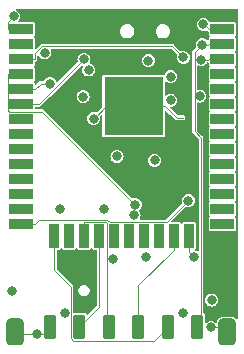
<source format=gbr>
%TF.GenerationSoftware,KiCad,Pcbnew,7.0.9-7.0.9~ubuntu22.04.1*%
%TF.CreationDate,2023-12-12T12:02:25+02:00*%
%TF.ProjectId,Haply_EE,4861706c-795f-4454-952e-6b696361645f,rev?*%
%TF.SameCoordinates,Original*%
%TF.FileFunction,Copper,L4,Bot*%
%TF.FilePolarity,Positive*%
%FSLAX46Y46*%
G04 Gerber Fmt 4.6, Leading zero omitted, Abs format (unit mm)*
G04 Created by KiCad (PCBNEW 7.0.9-7.0.9~ubuntu22.04.1) date 2023-12-12 12:02:25*
%MOMM*%
%LPD*%
G01*
G04 APERTURE LIST*
G04 Aperture macros list*
%AMRoundRect*
0 Rectangle with rounded corners*
0 $1 Rounding radius*
0 $2 $3 $4 $5 $6 $7 $8 $9 X,Y pos of 4 corners*
0 Add a 4 corners polygon primitive as box body*
4,1,4,$2,$3,$4,$5,$6,$7,$8,$9,$2,$3,0*
0 Add four circle primitives for the rounded corners*
1,1,$1+$1,$2,$3*
1,1,$1+$1,$4,$5*
1,1,$1+$1,$6,$7*
1,1,$1+$1,$8,$9*
0 Add four rect primitives between the rounded corners*
20,1,$1+$1,$2,$3,$4,$5,0*
20,1,$1+$1,$4,$5,$6,$7,0*
20,1,$1+$1,$6,$7,$8,$9,0*
20,1,$1+$1,$8,$9,$2,$3,0*%
G04 Aperture macros list end*
%TA.AperFunction,SMDPad,CuDef*%
%ADD10R,2.000000X0.900000*%
%TD*%
%TA.AperFunction,SMDPad,CuDef*%
%ADD11R,0.900000X2.000000*%
%TD*%
%TA.AperFunction,SMDPad,CuDef*%
%ADD12R,5.000000X5.000000*%
%TD*%
%TA.AperFunction,SMDPad,CuDef*%
%ADD13RoundRect,0.381000X0.381000X-0.762000X0.381000X0.762000X-0.381000X0.762000X-0.381000X-0.762000X0*%
%TD*%
%TA.AperFunction,SMDPad,CuDef*%
%ADD14RoundRect,0.050000X0.450000X0.950000X-0.450000X0.950000X-0.450000X-0.950000X0.450000X-0.950000X0*%
%TD*%
%TA.AperFunction,ViaPad*%
%ADD15C,0.800000*%
%TD*%
%TA.AperFunction,Conductor*%
%ADD16C,0.100000*%
%TD*%
G04 APERTURE END LIST*
D10*
%TO.P,MOD1,1,GND*%
%TO.N,GND*%
X140400000Y-96230000D03*
%TO.P,MOD1,2,3V3*%
%TO.N,/3V3*%
X140400000Y-97500000D03*
%TO.P,MOD1,3,EN*%
%TO.N,/EN*%
X140400000Y-98770000D03*
%TO.P,MOD1,4,SENSOR_VP*%
%TO.N,unconnected-(MOD1-SENSOR_VP-Pad4)*%
X140400000Y-100040000D03*
%TO.P,MOD1,5,SENSOR_VN*%
%TO.N,unconnected-(MOD1-SENSOR_VN-Pad5)*%
X140400000Y-101310000D03*
%TO.P,MOD1,6,IO34*%
%TO.N,unconnected-(MOD1-IO34-Pad6)*%
X140400000Y-102580000D03*
%TO.P,MOD1,7,IO35*%
%TO.N,unconnected-(MOD1-IO35-Pad7)*%
X140400000Y-103850000D03*
%TO.P,MOD1,8,IO32*%
%TO.N,unconnected-(MOD1-IO32-Pad8)*%
X140400000Y-105120000D03*
%TO.P,MOD1,9,IO33*%
%TO.N,unconnected-(MOD1-IO33-Pad9)*%
X140400000Y-106390000D03*
%TO.P,MOD1,10,IO25*%
%TO.N,unconnected-(MOD1-IO25-Pad10)*%
X140400000Y-107660000D03*
%TO.P,MOD1,11,IO26*%
%TO.N,unconnected-(MOD1-IO26-Pad11)*%
X140400000Y-108930000D03*
%TO.P,MOD1,12,IO27*%
%TO.N,unconnected-(MOD1-IO27-Pad12)*%
X140400000Y-110200000D03*
%TO.P,MOD1,13,IO14*%
%TO.N,unconnected-(MOD1-IO14-Pad13)*%
X140400000Y-111470000D03*
%TO.P,MOD1,14,IO12*%
%TO.N,unconnected-(MOD1-IO12-Pad14)*%
X140400000Y-112740000D03*
D11*
%TO.P,MOD1,15,GND*%
%TO.N,GND*%
X137615000Y-113740000D03*
%TO.P,MOD1,16,IO13*%
%TO.N,/GPIO_15*%
X136345000Y-113740000D03*
%TO.P,MOD1,17,SHD/SD2*%
%TO.N,unconnected-(MOD1-SHD{slash}SD2-Pad17)*%
X135075000Y-113740000D03*
%TO.P,MOD1,18,SWP/SD3*%
%TO.N,unconnected-(MOD1-SWP{slash}SD3-Pad18)*%
X133805000Y-113740000D03*
%TO.P,MOD1,19,SCS/CMD*%
%TO.N,unconnected-(MOD1-SCS{slash}CMD-Pad19)*%
X132535000Y-113740000D03*
%TO.P,MOD1,20,SCK/CLK*%
%TO.N,unconnected-(MOD1-SCK{slash}CLK-Pad20)*%
X131265000Y-113740000D03*
%TO.P,MOD1,21,SDO/SD0*%
%TO.N,/GPIO_7*%
X129995000Y-113740000D03*
%TO.P,MOD1,22,SDI/SD1*%
%TO.N,/GPIO_8*%
X128725000Y-113740000D03*
%TO.P,MOD1,23,IO15*%
%TO.N,unconnected-(MOD1-IO15-Pad23)*%
X127455000Y-113740000D03*
%TO.P,MOD1,24,IO2*%
%TO.N,/GPIO_2*%
X126185000Y-113740000D03*
D10*
%TO.P,MOD1,25,IO0*%
%TO.N,/GPIO_0*%
X123400000Y-112740000D03*
%TO.P,MOD1,26,IO4*%
%TO.N,unconnected-(MOD1-IO4-Pad26)*%
X123400000Y-111470000D03*
%TO.P,MOD1,27,IO16*%
%TO.N,unconnected-(MOD1-IO16-Pad27)*%
X123400000Y-110200000D03*
%TO.P,MOD1,28,IO17*%
%TO.N,unconnected-(MOD1-IO17-Pad28)*%
X123400000Y-108930000D03*
%TO.P,MOD1,29,IO5*%
%TO.N,unconnected-(MOD1-IO5-Pad29)*%
X123400000Y-107660000D03*
%TO.P,MOD1,30,IO18*%
%TO.N,unconnected-(MOD1-IO18-Pad30)*%
X123400000Y-106390000D03*
%TO.P,MOD1,31,IO19*%
%TO.N,unconnected-(MOD1-IO19-Pad31)*%
X123400000Y-105120000D03*
%TO.P,MOD1,32,NC*%
%TO.N,unconnected-(MOD1-NC-Pad32)*%
X123400000Y-103850000D03*
%TO.P,MOD1,33,IO21*%
%TO.N,/SDA*%
X123400000Y-102580000D03*
%TO.P,MOD1,34,RXD0*%
%TO.N,/CH_TX*%
X123400000Y-101310000D03*
%TO.P,MOD1,35,TXD0*%
%TO.N,/CH_RX*%
X123400000Y-100040000D03*
%TO.P,MOD1,36,IO22*%
%TO.N,/SCL*%
X123400000Y-98770000D03*
%TO.P,MOD1,37,IO23*%
%TO.N,unconnected-(MOD1-IO23-Pad37)*%
X123400000Y-97500000D03*
%TO.P,MOD1,38,GND*%
%TO.N,GND*%
X123400000Y-96230000D03*
D12*
%TO.P,MOD1,39,GND*%
X132900000Y-102730000D03*
%TD*%
D13*
%TO.P,BAT1,Neg*%
%TO.N,GND*%
X122850000Y-121875000D03*
%TO.P,BAT1,Pos*%
%TO.N,Net-(Q1-D)*%
X140850000Y-121875000D03*
%TD*%
D14*
%TO.P,j3,1,V_out*%
%TO.N,/3V3*%
X138310000Y-121412000D03*
%TO.P,j3,2,2*%
%TO.N,/GPIO_2*%
X135810000Y-121412000D03*
%TO.P,j3,3,3*%
%TO.N,/GPIO_15*%
X133310000Y-121412000D03*
%TO.P,j3,4,4*%
%TO.N,/GPIO_8*%
X130810000Y-121412000D03*
%TO.P,j3,5,5*%
%TO.N,/GPIO_7*%
X128310000Y-121412000D03*
%TO.P,j3,6,GND*%
%TO.N,GND*%
X125810000Y-121412000D03*
%TD*%
D15*
%TO.N,/SCL*%
X137108600Y-98614200D03*
%TO.N,GND*%
X138060000Y-115534500D03*
X131195200Y-115711400D03*
X130400800Y-111462900D03*
X134687700Y-107328600D03*
X138805700Y-95822100D03*
X126688400Y-111451000D03*
X122744500Y-95145000D03*
X131500000Y-107000000D03*
X134145700Y-98902900D03*
X129104100Y-99677200D03*
X122616100Y-118423000D03*
X129522400Y-103801300D03*
X136042100Y-102250000D03*
X139512200Y-119159000D03*
X133952500Y-115534500D03*
X127058400Y-120258100D03*
X125380200Y-98234900D03*
X137061600Y-120258100D03*
X124741800Y-122018400D03*
%TO.N,VCC*%
X130000000Y-107000000D03*
X129000000Y-119500000D03*
%TO.N,/3V3*%
X138500000Y-101900000D03*
X138712500Y-97534200D03*
%TO.N,/EN*%
X138630000Y-98804200D03*
%TO.N,/GPIO_0*%
X137539500Y-110753800D03*
%TO.N,/CH_TX*%
X125834500Y-100836800D03*
X132948900Y-111988800D03*
%TO.N,/CH_RX*%
X133042000Y-111086800D03*
%TO.N,/SDA*%
X128694300Y-98792500D03*
%TO.N,Net-(Q1-D)*%
X139448400Y-121485600D03*
%TO.N,Net-(C5-Pad1)*%
X128635500Y-101936800D03*
X136042100Y-100242800D03*
%TD*%
D16*
%TO.N,/SCL*%
X125151700Y-97683000D02*
X124551900Y-98282800D01*
X136177400Y-97683000D02*
X125151700Y-97683000D01*
X123400000Y-98770000D02*
X124551900Y-98770000D01*
X124551900Y-98282800D02*
X124551900Y-98770000D01*
X137108600Y-98614200D02*
X136177400Y-97683000D01*
%TO.N,GND*%
X125203600Y-122018400D02*
X124741800Y-122018400D01*
X124741800Y-122018400D02*
X122993400Y-122018400D01*
X132900000Y-102730000D02*
X130593700Y-102730000D01*
X132900000Y-102730000D02*
X135551900Y-102730000D01*
X140400000Y-96230000D02*
X139248100Y-96230000D01*
X125810000Y-121412000D02*
X125203600Y-122018400D01*
X122248100Y-95641400D02*
X122248100Y-96230000D01*
X130593700Y-102730000D02*
X129522400Y-103801300D01*
X136548600Y-103726700D02*
X135551900Y-102730000D01*
X138840200Y-95822100D02*
X139248100Y-96230000D01*
X137075700Y-103726700D02*
X136548600Y-103726700D01*
X122744500Y-95145000D02*
X122248100Y-95641400D01*
X137615000Y-115089500D02*
X137615000Y-113740000D01*
X138805700Y-95822100D02*
X138840200Y-95822100D01*
X122993400Y-122018400D02*
X122850000Y-121875000D01*
X138060000Y-115534500D02*
X137615000Y-115089500D01*
X123400000Y-96230000D02*
X122248100Y-96230000D01*
%TO.N,/3V3*%
X138712500Y-97534200D02*
X139213900Y-97534200D01*
X139213900Y-97534200D02*
X139248100Y-97500000D01*
X138064900Y-101900000D02*
X138064900Y-98181800D01*
X138611900Y-121110100D02*
X138611900Y-105423200D01*
X138500000Y-101900000D02*
X138064900Y-101900000D01*
X138611900Y-105423200D02*
X138064900Y-104876200D01*
X138064900Y-104876200D02*
X138064900Y-101900000D01*
X138064900Y-98181800D02*
X138712500Y-97534200D01*
X138310000Y-121412000D02*
X138611900Y-121110100D01*
X140400000Y-97500000D02*
X139248100Y-97500000D01*
%TO.N,/EN*%
X140400000Y-98770000D02*
X139248100Y-98770000D01*
X139213900Y-98804200D02*
X139248100Y-98770000D01*
X138630000Y-98804200D02*
X139213900Y-98804200D01*
%TO.N,/GPIO_0*%
X137539500Y-110753800D02*
X135728100Y-112565200D01*
X130866600Y-112565200D02*
X130667800Y-112366400D01*
X130667800Y-112366400D02*
X124925500Y-112366400D01*
X135728100Y-112565200D02*
X130866600Y-112565200D01*
X124925500Y-112366400D02*
X124551900Y-112740000D01*
X123400000Y-112740000D02*
X124551900Y-112740000D01*
%TO.N,/CH_TX*%
X123400000Y-101310000D02*
X124551900Y-101310000D01*
X125834500Y-100836800D02*
X125025100Y-100836800D01*
X125025100Y-100836800D02*
X124551900Y-101310000D01*
%TO.N,/CH_RX*%
X125170100Y-103214900D02*
X133042000Y-111086800D01*
X123400000Y-100040000D02*
X122248100Y-100040000D01*
X122248100Y-100040000D02*
X122248100Y-103107900D01*
X122355100Y-103214900D02*
X125170100Y-103214900D01*
X122248100Y-103107900D02*
X122355100Y-103214900D01*
%TO.N,/SDA*%
X123400000Y-102580000D02*
X124906800Y-102580000D01*
X124906800Y-102580000D02*
X128694300Y-98792500D01*
%TO.N,Net-(Q1-D)*%
X140460600Y-121485600D02*
X140850000Y-121875000D01*
X139448400Y-121485600D02*
X140460600Y-121485600D01*
%TO.N,/GPIO_2*%
X135810000Y-121412000D02*
X134625800Y-122596200D01*
X127610500Y-118054900D02*
X126185000Y-116629400D01*
X134625800Y-122596200D02*
X127793200Y-122596200D01*
X127793200Y-122596200D02*
X127610500Y-122413500D01*
X127610500Y-122413500D02*
X127610500Y-118054900D01*
X126185000Y-116629400D02*
X126185000Y-113740000D01*
%TO.N,/GPIO_8*%
X130810000Y-121412000D02*
X130643200Y-121245200D01*
X130563800Y-112588100D02*
X128725000Y-112588100D01*
X128725000Y-113740000D02*
X128725000Y-112588100D01*
X130643200Y-121245200D02*
X130643200Y-112667500D01*
X130643200Y-112667500D02*
X130563800Y-112588100D01*
%TO.N,/GPIO_7*%
X129995000Y-119727000D02*
X128310000Y-121412000D01*
X129995000Y-113740000D02*
X129995000Y-119727000D01*
%TO.N,/GPIO_15*%
X136345000Y-113740000D02*
X136345000Y-114891900D01*
X133310000Y-117926900D02*
X136345000Y-114891900D01*
X133310000Y-121412000D02*
X133310000Y-117926900D01*
%TD*%
%TA.AperFunction,Conductor*%
%TO.N,VCC*%
G36*
X141723066Y-94517813D02*
G01*
X141748376Y-94561650D01*
X141749500Y-94574500D01*
X141749500Y-120697068D01*
X141732187Y-120744634D01*
X141688350Y-120769944D01*
X141638500Y-120761154D01*
X141616538Y-120741783D01*
X141610364Y-120733642D01*
X141610360Y-120733638D01*
X141493942Y-120645356D01*
X141358023Y-120591757D01*
X141272612Y-120581500D01*
X140427387Y-120581500D01*
X140427385Y-120581501D01*
X140341983Y-120591755D01*
X140341979Y-120591756D01*
X140206057Y-120645356D01*
X140089639Y-120733638D01*
X140089638Y-120733639D01*
X140001356Y-120850057D01*
X139947757Y-120985976D01*
X139942470Y-121029997D01*
X139919608Y-121075159D01*
X139873065Y-121095060D01*
X139824619Y-121080388D01*
X139824044Y-121079952D01*
X139726025Y-121004739D01*
X139726023Y-121004738D01*
X139592108Y-120949269D01*
X139448400Y-120930350D01*
X139304691Y-120949269D01*
X139170776Y-121004738D01*
X139170772Y-121004740D01*
X139079548Y-121074740D01*
X139031272Y-121089962D01*
X138984506Y-121070591D01*
X138961133Y-121025691D01*
X138960500Y-121016032D01*
X138960500Y-120442253D01*
X138960500Y-120442252D01*
X138948867Y-120383769D01*
X138904552Y-120317448D01*
X138845286Y-120277847D01*
X138815356Y-120237027D01*
X138812400Y-120216320D01*
X138812400Y-119190055D01*
X138823715Y-119158967D01*
X138822570Y-119157170D01*
X138949580Y-119157170D01*
X138955937Y-119164746D01*
X138959767Y-119180396D01*
X138975869Y-119302708D01*
X139031338Y-119436623D01*
X139031339Y-119436625D01*
X139119579Y-119551621D01*
X139234575Y-119639861D01*
X139368491Y-119695330D01*
X139512200Y-119714250D01*
X139655909Y-119695330D01*
X139789825Y-119639861D01*
X139904821Y-119551621D01*
X139993061Y-119436625D01*
X140048530Y-119302709D01*
X140067450Y-119159000D01*
X140048530Y-119015291D01*
X139993061Y-118881375D01*
X139904821Y-118766379D01*
X139789825Y-118678139D01*
X139789823Y-118678138D01*
X139655908Y-118622669D01*
X139512200Y-118603750D01*
X139368491Y-118622669D01*
X139234576Y-118678138D01*
X139119579Y-118766379D01*
X139031338Y-118881376D01*
X138975869Y-119015291D01*
X138959767Y-119137603D01*
X138949580Y-119157170D01*
X138822570Y-119157170D01*
X138814154Y-119143960D01*
X138812400Y-119127944D01*
X138812400Y-105469835D01*
X138815965Y-105448856D01*
X138816260Y-105446231D01*
X138816262Y-105446226D01*
X138812633Y-105414008D01*
X138812400Y-105409863D01*
X138812400Y-105400610D01*
X138810338Y-105391579D01*
X138809647Y-105387515D01*
X138806016Y-105355276D01*
X138806016Y-105355274D01*
X138805158Y-105352823D01*
X138798334Y-105336346D01*
X138797190Y-105333971D01*
X138797190Y-105333969D01*
X138797188Y-105333966D01*
X138776972Y-105308615D01*
X138774575Y-105305239D01*
X138769649Y-105297399D01*
X138763102Y-105290852D01*
X138760335Y-105287756D01*
X138740125Y-105262413D01*
X138738067Y-105260771D01*
X138720697Y-105248447D01*
X138287074Y-104814824D01*
X138265682Y-104768948D01*
X138265400Y-104762498D01*
X138265400Y-102508414D01*
X138282713Y-102460848D01*
X138326550Y-102435538D01*
X138351359Y-102436624D01*
X138351482Y-102435697D01*
X138358524Y-102436624D01*
X138500000Y-102455250D01*
X138643709Y-102436330D01*
X138777625Y-102380861D01*
X138892621Y-102292621D01*
X138980861Y-102177625D01*
X139036330Y-102043709D01*
X139055250Y-101900000D01*
X139036330Y-101756291D01*
X138980861Y-101622375D01*
X138892621Y-101507379D01*
X138777625Y-101419139D01*
X138776790Y-101418793D01*
X138643708Y-101363669D01*
X138500000Y-101344750D01*
X138351482Y-101364303D01*
X138351234Y-101362424D01*
X138308120Y-101358649D01*
X138272330Y-101322853D01*
X138265400Y-101291585D01*
X138265400Y-99359783D01*
X138282713Y-99312217D01*
X138326550Y-99286907D01*
X138367717Y-99291415D01*
X138486291Y-99340530D01*
X138630000Y-99359450D01*
X138773709Y-99340530D01*
X138907625Y-99285061D01*
X139022621Y-99196821D01*
X139110861Y-99081825D01*
X139110862Y-99081823D01*
X139111414Y-99080867D01*
X139111923Y-99080439D01*
X139113814Y-99077976D01*
X139114360Y-99078395D01*
X139150191Y-99048330D01*
X139200810Y-99048330D01*
X139239586Y-99080867D01*
X139249500Y-99117867D01*
X139249500Y-99234819D01*
X139258233Y-99278722D01*
X139291495Y-99328503D01*
X139291497Y-99328505D01*
X139313896Y-99343472D01*
X139343827Y-99384293D01*
X139340516Y-99434804D01*
X139313896Y-99466528D01*
X139291497Y-99481494D01*
X139291495Y-99481496D01*
X139258233Y-99531277D01*
X139249500Y-99575180D01*
X139249500Y-100504819D01*
X139258233Y-100548722D01*
X139291495Y-100598503D01*
X139291497Y-100598505D01*
X139313896Y-100613472D01*
X139343827Y-100654293D01*
X139340516Y-100704804D01*
X139313896Y-100736528D01*
X139291497Y-100751494D01*
X139291495Y-100751496D01*
X139258233Y-100801277D01*
X139249500Y-100845180D01*
X139249500Y-101774820D01*
X139258233Y-101818722D01*
X139291495Y-101868503D01*
X139291497Y-101868505D01*
X139313896Y-101883472D01*
X139343827Y-101924293D01*
X139340516Y-101974804D01*
X139313896Y-102006528D01*
X139291497Y-102021494D01*
X139291495Y-102021496D01*
X139258233Y-102071277D01*
X139258233Y-102071278D01*
X139249500Y-102115180D01*
X139249500Y-103044820D01*
X139253804Y-103066458D01*
X139258233Y-103088722D01*
X139291495Y-103138503D01*
X139291497Y-103138505D01*
X139313896Y-103153472D01*
X139343827Y-103194293D01*
X139340516Y-103244804D01*
X139313896Y-103276528D01*
X139291497Y-103291494D01*
X139291495Y-103291496D01*
X139258233Y-103341277D01*
X139249500Y-103385180D01*
X139249500Y-104314819D01*
X139258233Y-104358722D01*
X139291495Y-104408503D01*
X139291497Y-104408505D01*
X139313896Y-104423472D01*
X139343827Y-104464293D01*
X139340516Y-104514804D01*
X139313896Y-104546528D01*
X139291497Y-104561494D01*
X139291495Y-104561496D01*
X139258233Y-104611277D01*
X139249500Y-104655180D01*
X139249500Y-105584819D01*
X139258233Y-105628722D01*
X139291495Y-105678503D01*
X139291497Y-105678505D01*
X139313896Y-105693472D01*
X139343827Y-105734293D01*
X139340516Y-105784804D01*
X139313896Y-105816528D01*
X139291497Y-105831494D01*
X139291495Y-105831496D01*
X139258233Y-105881277D01*
X139249500Y-105925180D01*
X139249500Y-106854819D01*
X139258233Y-106898722D01*
X139291495Y-106948503D01*
X139291497Y-106948505D01*
X139313896Y-106963472D01*
X139343827Y-107004293D01*
X139340516Y-107054804D01*
X139313896Y-107086528D01*
X139291497Y-107101494D01*
X139291495Y-107101496D01*
X139258233Y-107151277D01*
X139249500Y-107195180D01*
X139249500Y-108124819D01*
X139258233Y-108168722D01*
X139291495Y-108218503D01*
X139291497Y-108218505D01*
X139313896Y-108233472D01*
X139343827Y-108274293D01*
X139340516Y-108324804D01*
X139313896Y-108356528D01*
X139291497Y-108371494D01*
X139291495Y-108371496D01*
X139258233Y-108421277D01*
X139249500Y-108465180D01*
X139249500Y-109394819D01*
X139258233Y-109438722D01*
X139291495Y-109488503D01*
X139291497Y-109488505D01*
X139313896Y-109503472D01*
X139343827Y-109544293D01*
X139340516Y-109594804D01*
X139313896Y-109626528D01*
X139291497Y-109641494D01*
X139291495Y-109641496D01*
X139258233Y-109691277D01*
X139249500Y-109735180D01*
X139249500Y-110664819D01*
X139258233Y-110708722D01*
X139291495Y-110758503D01*
X139291497Y-110758505D01*
X139313896Y-110773472D01*
X139343827Y-110814293D01*
X139340516Y-110864804D01*
X139313896Y-110896528D01*
X139291497Y-110911494D01*
X139291495Y-110911496D01*
X139258233Y-110961277D01*
X139249500Y-111005180D01*
X139249500Y-111934819D01*
X139258233Y-111978722D01*
X139291495Y-112028503D01*
X139291497Y-112028505D01*
X139313896Y-112043472D01*
X139343827Y-112084293D01*
X139340516Y-112134804D01*
X139313896Y-112166528D01*
X139291497Y-112181494D01*
X139291495Y-112181496D01*
X139258233Y-112231277D01*
X139256451Y-112240238D01*
X139249500Y-112275180D01*
X139249500Y-113204820D01*
X139258233Y-113248722D01*
X139291496Y-113298504D01*
X139341278Y-113331767D01*
X139385180Y-113340500D01*
X139385181Y-113340500D01*
X141414819Y-113340500D01*
X141414820Y-113340500D01*
X141458722Y-113331767D01*
X141508504Y-113298504D01*
X141541767Y-113248722D01*
X141550500Y-113204820D01*
X141550500Y-112275180D01*
X141541767Y-112231278D01*
X141508504Y-112181496D01*
X141508501Y-112181494D01*
X141486104Y-112166529D01*
X141456172Y-112125708D01*
X141459483Y-112075197D01*
X141486104Y-112043471D01*
X141508504Y-112028504D01*
X141541767Y-111978722D01*
X141550500Y-111934820D01*
X141550500Y-111005180D01*
X141541767Y-110961278D01*
X141508504Y-110911496D01*
X141508501Y-110911494D01*
X141486104Y-110896529D01*
X141456172Y-110855708D01*
X141459483Y-110805197D01*
X141486104Y-110773471D01*
X141508504Y-110758504D01*
X141541767Y-110708722D01*
X141550500Y-110664820D01*
X141550500Y-109735180D01*
X141541767Y-109691278D01*
X141508504Y-109641496D01*
X141508501Y-109641494D01*
X141486104Y-109626529D01*
X141456172Y-109585708D01*
X141459483Y-109535197D01*
X141486104Y-109503471D01*
X141508504Y-109488504D01*
X141541767Y-109438722D01*
X141550500Y-109394820D01*
X141550500Y-108465180D01*
X141541767Y-108421278D01*
X141508504Y-108371496D01*
X141508501Y-108371494D01*
X141486104Y-108356529D01*
X141456172Y-108315708D01*
X141459483Y-108265197D01*
X141486104Y-108233471D01*
X141508504Y-108218504D01*
X141541767Y-108168722D01*
X141550500Y-108124820D01*
X141550500Y-107195180D01*
X141541767Y-107151278D01*
X141508504Y-107101496D01*
X141508501Y-107101494D01*
X141486104Y-107086529D01*
X141456172Y-107045708D01*
X141459483Y-106995197D01*
X141486104Y-106963471D01*
X141508504Y-106948504D01*
X141541767Y-106898722D01*
X141550500Y-106854820D01*
X141550500Y-105925180D01*
X141541767Y-105881278D01*
X141508504Y-105831496D01*
X141508501Y-105831494D01*
X141486104Y-105816529D01*
X141456172Y-105775708D01*
X141459483Y-105725197D01*
X141486104Y-105693471D01*
X141508504Y-105678504D01*
X141541767Y-105628722D01*
X141550500Y-105584820D01*
X141550500Y-104655180D01*
X141541767Y-104611278D01*
X141508504Y-104561496D01*
X141508501Y-104561494D01*
X141486104Y-104546529D01*
X141456172Y-104505708D01*
X141459483Y-104455197D01*
X141486104Y-104423471D01*
X141508504Y-104408504D01*
X141541767Y-104358722D01*
X141550500Y-104314820D01*
X141550500Y-103385180D01*
X141541767Y-103341278D01*
X141508504Y-103291496D01*
X141508501Y-103291494D01*
X141486104Y-103276529D01*
X141456172Y-103235708D01*
X141459483Y-103185197D01*
X141486104Y-103153471D01*
X141508504Y-103138504D01*
X141541767Y-103088722D01*
X141550500Y-103044820D01*
X141550500Y-102115180D01*
X141541767Y-102071278D01*
X141508504Y-102021496D01*
X141508501Y-102021494D01*
X141486104Y-102006529D01*
X141456172Y-101965708D01*
X141459483Y-101915197D01*
X141486104Y-101883471D01*
X141495175Y-101877410D01*
X141508504Y-101868504D01*
X141541767Y-101818722D01*
X141550500Y-101774820D01*
X141550500Y-100845180D01*
X141541767Y-100801278D01*
X141508504Y-100751496D01*
X141508501Y-100751494D01*
X141486104Y-100736529D01*
X141456172Y-100695708D01*
X141459483Y-100645197D01*
X141486104Y-100613471D01*
X141508504Y-100598504D01*
X141541767Y-100548722D01*
X141550500Y-100504820D01*
X141550500Y-99575180D01*
X141541767Y-99531278D01*
X141508504Y-99481496D01*
X141508501Y-99481494D01*
X141486104Y-99466529D01*
X141456172Y-99425708D01*
X141459483Y-99375197D01*
X141486104Y-99343471D01*
X141508504Y-99328504D01*
X141541767Y-99278722D01*
X141550500Y-99234820D01*
X141550500Y-98305180D01*
X141541767Y-98261278D01*
X141508504Y-98211496D01*
X141508501Y-98211494D01*
X141486104Y-98196529D01*
X141456172Y-98155708D01*
X141459483Y-98105197D01*
X141486104Y-98073471D01*
X141508504Y-98058504D01*
X141541767Y-98008722D01*
X141550500Y-97964820D01*
X141550500Y-97035180D01*
X141541767Y-96991278D01*
X141508504Y-96941496D01*
X141508501Y-96941494D01*
X141486104Y-96926529D01*
X141456172Y-96885708D01*
X141459483Y-96835197D01*
X141486104Y-96803471D01*
X141508504Y-96788504D01*
X141541767Y-96738722D01*
X141550500Y-96694820D01*
X141550500Y-95765180D01*
X141541767Y-95721278D01*
X141508504Y-95671496D01*
X141471160Y-95646544D01*
X141458722Y-95638233D01*
X141418057Y-95630144D01*
X141414820Y-95629500D01*
X139385180Y-95629500D01*
X139385177Y-95629500D01*
X139381564Y-95629856D01*
X139381438Y-95628579D01*
X139336123Y-95621595D01*
X139303364Y-95585043D01*
X139286561Y-95544475D01*
X139198321Y-95429479D01*
X139083325Y-95341239D01*
X139083323Y-95341238D01*
X138949408Y-95285769D01*
X138805700Y-95266850D01*
X138661991Y-95285769D01*
X138528076Y-95341238D01*
X138413079Y-95429479D01*
X138324838Y-95544476D01*
X138269369Y-95678391D01*
X138250450Y-95822100D01*
X138269369Y-95965808D01*
X138278031Y-95986720D01*
X138324839Y-96099725D01*
X138413079Y-96214721D01*
X138528075Y-96302961D01*
X138661991Y-96358430D01*
X138805700Y-96377350D01*
X138949409Y-96358430D01*
X139001741Y-96336752D01*
X139052312Y-96334545D01*
X139080243Y-96353714D01*
X139080793Y-96353026D01*
X139087570Y-96358430D01*
X139112661Y-96378439D01*
X139115752Y-96381202D01*
X139122299Y-96387749D01*
X139130139Y-96392675D01*
X139133515Y-96395072D01*
X139158505Y-96415000D01*
X139158869Y-96415290D01*
X139158871Y-96415290D01*
X139161246Y-96416434D01*
X139177715Y-96423254D01*
X139180174Y-96424115D01*
X139180176Y-96424116D01*
X139183786Y-96424522D01*
X139229114Y-96447051D01*
X139249356Y-96493447D01*
X139249500Y-96498057D01*
X139249500Y-96694819D01*
X139258233Y-96738722D01*
X139291495Y-96788503D01*
X139291497Y-96788505D01*
X139313896Y-96803472D01*
X139343827Y-96844293D01*
X139340516Y-96894804D01*
X139313896Y-96926528D01*
X139291497Y-96941494D01*
X139291495Y-96941496D01*
X139258233Y-96991277D01*
X139249500Y-97035180D01*
X139249500Y-97111741D01*
X139232187Y-97159307D01*
X139188350Y-97184617D01*
X139138500Y-97175827D01*
X139116794Y-97156792D01*
X139105121Y-97141579D01*
X138990125Y-97053339D01*
X138946285Y-97035180D01*
X138856208Y-96997869D01*
X138712500Y-96978950D01*
X138568791Y-96997869D01*
X138434876Y-97053338D01*
X138319879Y-97141579D01*
X138231638Y-97256576D01*
X138176169Y-97390491D01*
X138157250Y-97534200D01*
X138176169Y-97677906D01*
X138189194Y-97709353D01*
X138191400Y-97759924D01*
X138173152Y-97789996D01*
X137956102Y-98007047D01*
X137938723Y-98019379D01*
X137936673Y-98021014D01*
X137916458Y-98046362D01*
X137913697Y-98049451D01*
X137907156Y-98055993D01*
X137907149Y-98056003D01*
X137902228Y-98063832D01*
X137899830Y-98067211D01*
X137879611Y-98092566D01*
X137878481Y-98094913D01*
X137871643Y-98111421D01*
X137870784Y-98113875D01*
X137867153Y-98146095D01*
X137866459Y-98150184D01*
X137864400Y-98159209D01*
X137864400Y-98168463D01*
X137864167Y-98172608D01*
X137860538Y-98204824D01*
X137860834Y-98207456D01*
X137864400Y-98228435D01*
X137864400Y-104829564D01*
X137860831Y-104850572D01*
X137860538Y-104853176D01*
X137864167Y-104885390D01*
X137864400Y-104889535D01*
X137864400Y-104898791D01*
X137866457Y-104907808D01*
X137867152Y-104911898D01*
X137870783Y-104944123D01*
X137871643Y-104946580D01*
X137878484Y-104963094D01*
X137879608Y-104965429D01*
X137899828Y-104990784D01*
X137902228Y-104994166D01*
X137907152Y-105002001D01*
X137913692Y-105008541D01*
X137916458Y-105011637D01*
X137936674Y-105036986D01*
X137936676Y-105036988D01*
X137936677Y-105036988D01*
X137938738Y-105038632D01*
X137956104Y-105050953D01*
X138389726Y-105484575D01*
X138411118Y-105530451D01*
X138411400Y-105536901D01*
X138411400Y-114973449D01*
X138394087Y-115021015D01*
X138350250Y-115046325D01*
X138309082Y-115041816D01*
X138203709Y-114998170D01*
X138186282Y-114995875D01*
X138141383Y-114972499D01*
X138122014Y-114925733D01*
X138137238Y-114877457D01*
X138154831Y-114860980D01*
X138173504Y-114848504D01*
X138206767Y-114798722D01*
X138215500Y-114754820D01*
X138215500Y-112725180D01*
X138206767Y-112681278D01*
X138173504Y-112631496D01*
X138123722Y-112598233D01*
X138079820Y-112589500D01*
X137150180Y-112589500D01*
X137128229Y-112593866D01*
X137106277Y-112598233D01*
X137056496Y-112631495D01*
X137056494Y-112631497D01*
X137041528Y-112653896D01*
X137000707Y-112683827D01*
X136950196Y-112680516D01*
X136918472Y-112653896D01*
X136903505Y-112631497D01*
X136903503Y-112631495D01*
X136853722Y-112598233D01*
X136809820Y-112589500D01*
X136809819Y-112589500D01*
X136166001Y-112589500D01*
X136118435Y-112572187D01*
X136093125Y-112528350D01*
X136101915Y-112478500D01*
X136113675Y-112463174D01*
X136644988Y-111931861D01*
X137283703Y-111293145D01*
X137329578Y-111271754D01*
X137364344Y-111277104D01*
X137395791Y-111290130D01*
X137539500Y-111309050D01*
X137683209Y-111290130D01*
X137817125Y-111234661D01*
X137932121Y-111146421D01*
X138020361Y-111031425D01*
X138075830Y-110897509D01*
X138094750Y-110753800D01*
X138075830Y-110610091D01*
X138020361Y-110476175D01*
X137932121Y-110361179D01*
X137817125Y-110272939D01*
X137817123Y-110272938D01*
X137683208Y-110217469D01*
X137539500Y-110198550D01*
X137395791Y-110217469D01*
X137261876Y-110272938D01*
X137146879Y-110361179D01*
X137058638Y-110476176D01*
X137003169Y-110610091D01*
X136984250Y-110753800D01*
X137003169Y-110897506D01*
X137003169Y-110897508D01*
X137003170Y-110897509D01*
X137009024Y-110911643D01*
X137016194Y-110928953D01*
X137018400Y-110979524D01*
X137000152Y-111009596D01*
X135666725Y-112343026D01*
X135620849Y-112364418D01*
X135614399Y-112364700D01*
X133499803Y-112364700D01*
X133452237Y-112347387D01*
X133426927Y-112303550D01*
X133431436Y-112262382D01*
X133465100Y-112181108D01*
X133485230Y-112132509D01*
X133504150Y-111988800D01*
X133485230Y-111845091D01*
X133429761Y-111711175D01*
X133364680Y-111626360D01*
X133349459Y-111578087D01*
X133368830Y-111531321D01*
X133378338Y-111522608D01*
X133434621Y-111479421D01*
X133522861Y-111364425D01*
X133578330Y-111230509D01*
X133597250Y-111086800D01*
X133578330Y-110943091D01*
X133522861Y-110809175D01*
X133434621Y-110694179D01*
X133319625Y-110605939D01*
X133319623Y-110605938D01*
X133185708Y-110550469D01*
X133042000Y-110531550D01*
X132898293Y-110550469D01*
X132898286Y-110550471D01*
X132866843Y-110563494D01*
X132816272Y-110565700D01*
X132786202Y-110547452D01*
X129238749Y-107000000D01*
X130944750Y-107000000D01*
X130963669Y-107143708D01*
X131019138Y-107277623D01*
X131019139Y-107277625D01*
X131107379Y-107392621D01*
X131222375Y-107480861D01*
X131356291Y-107536330D01*
X131500000Y-107555250D01*
X131643709Y-107536330D01*
X131777625Y-107480861D01*
X131892621Y-107392621D01*
X131941746Y-107328600D01*
X134132450Y-107328600D01*
X134151369Y-107472308D01*
X134206838Y-107606223D01*
X134206839Y-107606225D01*
X134295079Y-107721221D01*
X134410075Y-107809461D01*
X134543991Y-107864930D01*
X134687700Y-107883850D01*
X134831409Y-107864930D01*
X134965325Y-107809461D01*
X135080321Y-107721221D01*
X135168561Y-107606225D01*
X135224030Y-107472309D01*
X135242950Y-107328600D01*
X135224030Y-107184891D01*
X135168561Y-107050975D01*
X135080321Y-106935979D01*
X134965325Y-106847739D01*
X134965323Y-106847738D01*
X134831408Y-106792269D01*
X134687700Y-106773350D01*
X134543991Y-106792269D01*
X134410076Y-106847738D01*
X134295079Y-106935979D01*
X134206838Y-107050976D01*
X134151369Y-107184891D01*
X134132450Y-107328600D01*
X131941746Y-107328600D01*
X131980861Y-107277625D01*
X132036330Y-107143709D01*
X132055250Y-107000000D01*
X132036330Y-106856291D01*
X131980861Y-106722375D01*
X131892621Y-106607379D01*
X131777625Y-106519139D01*
X131777623Y-106519138D01*
X131643708Y-106463669D01*
X131500000Y-106444750D01*
X131356291Y-106463669D01*
X131222376Y-106519138D01*
X131107379Y-106607379D01*
X131019138Y-106722376D01*
X130963669Y-106856291D01*
X130944750Y-107000000D01*
X129238749Y-107000000D01*
X126040049Y-103801300D01*
X128967150Y-103801300D01*
X128986069Y-103945008D01*
X129041538Y-104078923D01*
X129041539Y-104078925D01*
X129129779Y-104193921D01*
X129244775Y-104282161D01*
X129378691Y-104337630D01*
X129522400Y-104356550D01*
X129666109Y-104337630D01*
X129800025Y-104282161D01*
X129915021Y-104193921D01*
X130003261Y-104078925D01*
X130058730Y-103945009D01*
X130077650Y-103801300D01*
X130058730Y-103657591D01*
X130045705Y-103626146D01*
X130043497Y-103575575D01*
X130061747Y-103545501D01*
X130123175Y-103484074D01*
X130169051Y-103462682D01*
X130217945Y-103475783D01*
X130246979Y-103517248D01*
X130249500Y-103536400D01*
X130249500Y-105244820D01*
X130253000Y-105262413D01*
X130258233Y-105288722D01*
X130270442Y-105306995D01*
X130291496Y-105338504D01*
X130341278Y-105371767D01*
X130385180Y-105380500D01*
X130385181Y-105380500D01*
X135414819Y-105380500D01*
X135414820Y-105380500D01*
X135458722Y-105371767D01*
X135508504Y-105338504D01*
X135541767Y-105288722D01*
X135550500Y-105244820D01*
X135550500Y-103190801D01*
X135567813Y-103143235D01*
X135611650Y-103117925D01*
X135661500Y-103126715D01*
X135676825Y-103138474D01*
X136027750Y-103489400D01*
X136373847Y-103835497D01*
X136386171Y-103852867D01*
X136387811Y-103854923D01*
X136387812Y-103854924D01*
X136413161Y-103875139D01*
X136416252Y-103877902D01*
X136422799Y-103884449D01*
X136430639Y-103889375D01*
X136434015Y-103891772D01*
X136459366Y-103911988D01*
X136459369Y-103911990D01*
X136459371Y-103911990D01*
X136461746Y-103913134D01*
X136478215Y-103919954D01*
X136480673Y-103920814D01*
X136480676Y-103920816D01*
X136512897Y-103924446D01*
X136516986Y-103925140D01*
X136526010Y-103927200D01*
X136535258Y-103927200D01*
X136539403Y-103927433D01*
X136551343Y-103928777D01*
X136571626Y-103931063D01*
X136571631Y-103931061D01*
X136574233Y-103930768D01*
X136595238Y-103927200D01*
X137098287Y-103927200D01*
X137098290Y-103927200D01*
X137164931Y-103911990D01*
X137236488Y-103854924D01*
X137276200Y-103772463D01*
X137276200Y-103680937D01*
X137236488Y-103598476D01*
X137236487Y-103598475D01*
X137164932Y-103541410D01*
X137142980Y-103536400D01*
X137098290Y-103526200D01*
X137098287Y-103526200D01*
X136662302Y-103526200D01*
X136614736Y-103508887D01*
X136609976Y-103504526D01*
X136032093Y-102926643D01*
X136010701Y-102880767D01*
X136023802Y-102831872D01*
X136065266Y-102802838D01*
X136074757Y-102800950D01*
X136185809Y-102786330D01*
X136319725Y-102730861D01*
X136434721Y-102642621D01*
X136522961Y-102527625D01*
X136578430Y-102393709D01*
X136597350Y-102250000D01*
X136578430Y-102106291D01*
X136522961Y-101972375D01*
X136434721Y-101857379D01*
X136319725Y-101769139D01*
X136288707Y-101756291D01*
X136185808Y-101713669D01*
X136042100Y-101694750D01*
X135898391Y-101713669D01*
X135764476Y-101769138D01*
X135764472Y-101769140D01*
X135669548Y-101841979D01*
X135621272Y-101857201D01*
X135574506Y-101837830D01*
X135551133Y-101792930D01*
X135550500Y-101783271D01*
X135550500Y-100709528D01*
X135567813Y-100661962D01*
X135611650Y-100636652D01*
X135661500Y-100645442D01*
X135669535Y-100650811D01*
X135764475Y-100723661D01*
X135898391Y-100779130D01*
X136042100Y-100798050D01*
X136185809Y-100779130D01*
X136319725Y-100723661D01*
X136434721Y-100635421D01*
X136522961Y-100520425D01*
X136578430Y-100386509D01*
X136597350Y-100242800D01*
X136578430Y-100099091D01*
X136522961Y-99965175D01*
X136434721Y-99850179D01*
X136319725Y-99761939D01*
X136319723Y-99761938D01*
X136185808Y-99706469D01*
X136042100Y-99687550D01*
X135898391Y-99706469D01*
X135764476Y-99761938D01*
X135649479Y-99850179D01*
X135561239Y-99965175D01*
X135529583Y-100041598D01*
X135495385Y-100078918D01*
X135446780Y-100085857D01*
X135414820Y-100079500D01*
X130385180Y-100079500D01*
X130363229Y-100083866D01*
X130341277Y-100088233D01*
X130291496Y-100121495D01*
X130291495Y-100121496D01*
X130258233Y-100171277D01*
X130249500Y-100215180D01*
X130249500Y-102759998D01*
X130232187Y-102807564D01*
X130227826Y-102812324D01*
X129778196Y-103261953D01*
X129732319Y-103283345D01*
X129697552Y-103277994D01*
X129666108Y-103264969D01*
X129522400Y-103246050D01*
X129378691Y-103264969D01*
X129244776Y-103320438D01*
X129129779Y-103408679D01*
X129041538Y-103523676D01*
X128986069Y-103657591D01*
X128967150Y-103801300D01*
X126040049Y-103801300D01*
X125344853Y-103106104D01*
X125332532Y-103088738D01*
X125330886Y-103086674D01*
X125305537Y-103066458D01*
X125302441Y-103063692D01*
X125295901Y-103057152D01*
X125288066Y-103052228D01*
X125284684Y-103049828D01*
X125259329Y-103029608D01*
X125256994Y-103028484D01*
X125240480Y-103021643D01*
X125238023Y-103020783D01*
X125205798Y-103017152D01*
X125201708Y-103016457D01*
X125192691Y-103014400D01*
X125192690Y-103014400D01*
X125183436Y-103014400D01*
X125179291Y-103014167D01*
X125147075Y-103010538D01*
X125147074Y-103010538D01*
X125147073Y-103010538D01*
X125144462Y-103010832D01*
X125123464Y-103014400D01*
X124624500Y-103014400D01*
X124576934Y-102997087D01*
X124551624Y-102953250D01*
X124550500Y-102940400D01*
X124550500Y-102854500D01*
X124567813Y-102806934D01*
X124611650Y-102781624D01*
X124624500Y-102780500D01*
X124860164Y-102780500D01*
X124881162Y-102784067D01*
X124883769Y-102784360D01*
X124883774Y-102784362D01*
X124906515Y-102781800D01*
X124915991Y-102780733D01*
X124920136Y-102780500D01*
X124929389Y-102780500D01*
X124929390Y-102780500D01*
X124938420Y-102778438D01*
X124942486Y-102777747D01*
X124974724Y-102774116D01*
X124974729Y-102774112D01*
X124977226Y-102773239D01*
X124993655Y-102766433D01*
X124996028Y-102765290D01*
X124996031Y-102765290D01*
X125021388Y-102745067D01*
X125024760Y-102742674D01*
X125032601Y-102737748D01*
X125039147Y-102731201D01*
X125042224Y-102728450D01*
X125067588Y-102708224D01*
X125069227Y-102706168D01*
X125081551Y-102688796D01*
X125833547Y-101936800D01*
X128080250Y-101936800D01*
X128099169Y-102080508D01*
X128109849Y-102106291D01*
X128154639Y-102214425D01*
X128242879Y-102329421D01*
X128357875Y-102417661D01*
X128491791Y-102473130D01*
X128635500Y-102492050D01*
X128779209Y-102473130D01*
X128913125Y-102417661D01*
X129028121Y-102329421D01*
X129116361Y-102214425D01*
X129171830Y-102080509D01*
X129190750Y-101936800D01*
X129171830Y-101793091D01*
X129116361Y-101659175D01*
X129028121Y-101544179D01*
X128913125Y-101455939D01*
X128870357Y-101438224D01*
X128779208Y-101400469D01*
X128635500Y-101381550D01*
X128491791Y-101400469D01*
X128357876Y-101455938D01*
X128242879Y-101544179D01*
X128154638Y-101659176D01*
X128099169Y-101793091D01*
X128080250Y-101936800D01*
X125833547Y-101936800D01*
X128438503Y-99331845D01*
X128484378Y-99310454D01*
X128519144Y-99315804D01*
X128550591Y-99328830D01*
X128551652Y-99328969D01*
X128552226Y-99329268D01*
X128555280Y-99330087D01*
X128555098Y-99330763D01*
X128596553Y-99352339D01*
X128615927Y-99399103D01*
X128610365Y-99430655D01*
X128567769Y-99533491D01*
X128548850Y-99677200D01*
X128567769Y-99820908D01*
X128614054Y-99932651D01*
X128623239Y-99954825D01*
X128711479Y-100069821D01*
X128826475Y-100158061D01*
X128960391Y-100213530D01*
X129104100Y-100232450D01*
X129247809Y-100213530D01*
X129381725Y-100158061D01*
X129496721Y-100069821D01*
X129584961Y-99954825D01*
X129640430Y-99820909D01*
X129659350Y-99677200D01*
X129640430Y-99533491D01*
X129584961Y-99399575D01*
X129496721Y-99284579D01*
X129381725Y-99196339D01*
X129247809Y-99140870D01*
X129247808Y-99140869D01*
X129247806Y-99140869D01*
X129246736Y-99140728D01*
X129246158Y-99140427D01*
X129243120Y-99139613D01*
X129243300Y-99138939D01*
X129201839Y-99117351D01*
X129182472Y-99070583D01*
X129188035Y-99039044D01*
X129201382Y-99006820D01*
X129230630Y-98936209D01*
X129235015Y-98902900D01*
X133590450Y-98902900D01*
X133609369Y-99046608D01*
X133664838Y-99180523D01*
X133664839Y-99180525D01*
X133753079Y-99295521D01*
X133868075Y-99383761D01*
X134001991Y-99439230D01*
X134145700Y-99458150D01*
X134289409Y-99439230D01*
X134423325Y-99383761D01*
X134538321Y-99295521D01*
X134626561Y-99180525D01*
X134682030Y-99046609D01*
X134700950Y-98902900D01*
X134682030Y-98759191D01*
X134626561Y-98625275D01*
X134538321Y-98510279D01*
X134423325Y-98422039D01*
X134423323Y-98422038D01*
X134289408Y-98366569D01*
X134145700Y-98347650D01*
X134001991Y-98366569D01*
X133868076Y-98422038D01*
X133753079Y-98510279D01*
X133664838Y-98625276D01*
X133609369Y-98759191D01*
X133590450Y-98902900D01*
X129235015Y-98902900D01*
X129249550Y-98792500D01*
X129230630Y-98648791D01*
X129175161Y-98514875D01*
X129086921Y-98399879D01*
X128971925Y-98311639D01*
X128971923Y-98311638D01*
X128838008Y-98256169D01*
X128694300Y-98237250D01*
X128550591Y-98256169D01*
X128416676Y-98311638D01*
X128301679Y-98399879D01*
X128213438Y-98514876D01*
X128157969Y-98648791D01*
X128139050Y-98792500D01*
X128157969Y-98936206D01*
X128170994Y-98967653D01*
X128173200Y-99018224D01*
X128154952Y-99048296D01*
X126489949Y-100713300D01*
X126444073Y-100734692D01*
X126395178Y-100721591D01*
X126369256Y-100689292D01*
X126367726Y-100685599D01*
X126315361Y-100559175D01*
X126227121Y-100444179D01*
X126112125Y-100355939D01*
X126112123Y-100355938D01*
X125978208Y-100300469D01*
X125834500Y-100281550D01*
X125690791Y-100300469D01*
X125556876Y-100355938D01*
X125441879Y-100444179D01*
X125353639Y-100559174D01*
X125349895Y-100568211D01*
X125340614Y-100590620D01*
X125306418Y-100627938D01*
X125272248Y-100636300D01*
X125071736Y-100636300D01*
X125050737Y-100632732D01*
X125048126Y-100632438D01*
X125048125Y-100632438D01*
X125048124Y-100632438D01*
X125015909Y-100636067D01*
X125011764Y-100636300D01*
X125002510Y-100636300D01*
X124993484Y-100638359D01*
X124989395Y-100639053D01*
X124957175Y-100642684D01*
X124954721Y-100643543D01*
X124938213Y-100650381D01*
X124935866Y-100651511D01*
X124910513Y-100671727D01*
X124907134Y-100674125D01*
X124899303Y-100679047D01*
X124899295Y-100679053D01*
X124892749Y-100685599D01*
X124889657Y-100688362D01*
X124864311Y-100708575D01*
X124862687Y-100710611D01*
X124850348Y-100728000D01*
X124676826Y-100901523D01*
X124630950Y-100922915D01*
X124582056Y-100909814D01*
X124553022Y-100868350D01*
X124550500Y-100849197D01*
X124550500Y-100845180D01*
X124544737Y-100816211D01*
X124541767Y-100801278D01*
X124508504Y-100751496D01*
X124508501Y-100751494D01*
X124486104Y-100736529D01*
X124456172Y-100695708D01*
X124459483Y-100645197D01*
X124486104Y-100613471D01*
X124508504Y-100598504D01*
X124541767Y-100548722D01*
X124550500Y-100504820D01*
X124550500Y-99575180D01*
X124541767Y-99531278D01*
X124508504Y-99481496D01*
X124508501Y-99481494D01*
X124486104Y-99466529D01*
X124456172Y-99425708D01*
X124459483Y-99375197D01*
X124486104Y-99343471D01*
X124508504Y-99328504D01*
X124541767Y-99278722D01*
X124550500Y-99234820D01*
X124550500Y-99039710D01*
X124567813Y-98992144D01*
X124592389Y-98973040D01*
X124597663Y-98970500D01*
X124611028Y-98964063D01*
X124626664Y-98958591D01*
X124641131Y-98955290D01*
X124652729Y-98946039D01*
X124666757Y-98937224D01*
X124680124Y-98930788D01*
X124689371Y-98919192D01*
X124701092Y-98907471D01*
X124706824Y-98902900D01*
X124712688Y-98898224D01*
X124719124Y-98884857D01*
X124727940Y-98870829D01*
X124737190Y-98859231D01*
X124740491Y-98844764D01*
X124745961Y-98829131D01*
X124752400Y-98815763D01*
X124752400Y-98724237D01*
X124752400Y-98529805D01*
X124769713Y-98482239D01*
X124813550Y-98456929D01*
X124863400Y-98465719D01*
X124894766Y-98501486D01*
X124899339Y-98512525D01*
X124987579Y-98627521D01*
X125102575Y-98715761D01*
X125236491Y-98771230D01*
X125380200Y-98790150D01*
X125523909Y-98771230D01*
X125657825Y-98715761D01*
X125772821Y-98627521D01*
X125861061Y-98512525D01*
X125916530Y-98378609D01*
X125935450Y-98234900D01*
X125916530Y-98091191D01*
X125898635Y-98047988D01*
X125872884Y-97985818D01*
X125870676Y-97935247D01*
X125901491Y-97895089D01*
X125941251Y-97883500D01*
X136063699Y-97883500D01*
X136111265Y-97900813D01*
X136116025Y-97905174D01*
X136569252Y-98358402D01*
X136590644Y-98404279D01*
X136585294Y-98439043D01*
X136572271Y-98470486D01*
X136572269Y-98470493D01*
X136553350Y-98614200D01*
X136572269Y-98757908D01*
X136624856Y-98884865D01*
X136627739Y-98891825D01*
X136715979Y-99006821D01*
X136830975Y-99095061D01*
X136964891Y-99150530D01*
X137108600Y-99169450D01*
X137252309Y-99150530D01*
X137386225Y-99095061D01*
X137501221Y-99006821D01*
X137589461Y-98891825D01*
X137644930Y-98757909D01*
X137663850Y-98614200D01*
X137644930Y-98470491D01*
X137589461Y-98336575D01*
X137501221Y-98221579D01*
X137386225Y-98133339D01*
X137358879Y-98122012D01*
X137252308Y-98077869D01*
X137108600Y-98058950D01*
X136964893Y-98077869D01*
X136964886Y-98077871D01*
X136933443Y-98090894D01*
X136882872Y-98093100D01*
X136852802Y-98074852D01*
X136352153Y-97574204D01*
X136339832Y-97556838D01*
X136338186Y-97554774D01*
X136312837Y-97534558D01*
X136309741Y-97531792D01*
X136303201Y-97525252D01*
X136295366Y-97520328D01*
X136291984Y-97517928D01*
X136266629Y-97497708D01*
X136264294Y-97496584D01*
X136247780Y-97489743D01*
X136245323Y-97488883D01*
X136213098Y-97485252D01*
X136209008Y-97484557D01*
X136199991Y-97482500D01*
X136199990Y-97482500D01*
X136190736Y-97482500D01*
X136186591Y-97482267D01*
X136154375Y-97478638D01*
X136154374Y-97478638D01*
X136154373Y-97478638D01*
X136151762Y-97478932D01*
X136130764Y-97482500D01*
X125198336Y-97482500D01*
X125177337Y-97478932D01*
X125174726Y-97478638D01*
X125174725Y-97478638D01*
X125174724Y-97478638D01*
X125142512Y-97482267D01*
X125138367Y-97482500D01*
X125129108Y-97482500D01*
X125120079Y-97484559D01*
X125115993Y-97485253D01*
X125083777Y-97488884D01*
X125081318Y-97489744D01*
X125064811Y-97496582D01*
X125062469Y-97497709D01*
X125037117Y-97517928D01*
X125033731Y-97520330D01*
X125025899Y-97525251D01*
X125025887Y-97525260D01*
X125019347Y-97531800D01*
X125016256Y-97534563D01*
X124990912Y-97554775D01*
X124989287Y-97556811D01*
X124976948Y-97574200D01*
X124676826Y-97874323D01*
X124630950Y-97895715D01*
X124582055Y-97882614D01*
X124553022Y-97841150D01*
X124550500Y-97821997D01*
X124550500Y-97035180D01*
X124546585Y-97015500D01*
X124541767Y-96991278D01*
X124508504Y-96941496D01*
X124508501Y-96941494D01*
X124486104Y-96926529D01*
X124456172Y-96885708D01*
X124459483Y-96835197D01*
X124486104Y-96803471D01*
X124508504Y-96788504D01*
X124541767Y-96738722D01*
X124550500Y-96694820D01*
X124550500Y-96415000D01*
X131769318Y-96415000D01*
X131789955Y-96571760D01*
X131789955Y-96571761D01*
X131850464Y-96717841D01*
X131946715Y-96843279D01*
X131946720Y-96843284D01*
X132002009Y-96885708D01*
X132072159Y-96939536D01*
X132218238Y-97000044D01*
X132335639Y-97015500D01*
X132335641Y-97015500D01*
X132414359Y-97015500D01*
X132414361Y-97015500D01*
X132531762Y-97000044D01*
X132677841Y-96939536D01*
X132803282Y-96843282D01*
X132899536Y-96717841D01*
X132960044Y-96571762D01*
X132980682Y-96415000D01*
X134769318Y-96415000D01*
X134789955Y-96571760D01*
X134789955Y-96571761D01*
X134850464Y-96717841D01*
X134946715Y-96843279D01*
X134946720Y-96843284D01*
X135002009Y-96885708D01*
X135072159Y-96939536D01*
X135218238Y-97000044D01*
X135335639Y-97015500D01*
X135335641Y-97015500D01*
X135414359Y-97015500D01*
X135414361Y-97015500D01*
X135531762Y-97000044D01*
X135677841Y-96939536D01*
X135803282Y-96843282D01*
X135899536Y-96717841D01*
X135960044Y-96571762D01*
X135980682Y-96415000D01*
X135960044Y-96258238D01*
X135899536Y-96112159D01*
X135803282Y-95986718D01*
X135803279Y-95986715D01*
X135677841Y-95890464D01*
X135531761Y-95829955D01*
X135441675Y-95818095D01*
X135414361Y-95814500D01*
X135335639Y-95814500D01*
X135311171Y-95817721D01*
X135218238Y-95829955D01*
X135072158Y-95890464D01*
X134946720Y-95986715D01*
X134946715Y-95986720D01*
X134850464Y-96112158D01*
X134789955Y-96258238D01*
X134789955Y-96258239D01*
X134769318Y-96415000D01*
X132980682Y-96415000D01*
X132960044Y-96258238D01*
X132899536Y-96112159D01*
X132803282Y-95986718D01*
X132803279Y-95986715D01*
X132677841Y-95890464D01*
X132531761Y-95829955D01*
X132441675Y-95818095D01*
X132414361Y-95814500D01*
X132335639Y-95814500D01*
X132311171Y-95817721D01*
X132218238Y-95829955D01*
X132072158Y-95890464D01*
X131946720Y-95986715D01*
X131946715Y-95986720D01*
X131850464Y-96112158D01*
X131789955Y-96258238D01*
X131789955Y-96258239D01*
X131769318Y-96415000D01*
X124550500Y-96415000D01*
X124550500Y-95765180D01*
X124541767Y-95721278D01*
X124508504Y-95671496D01*
X124471160Y-95646544D01*
X124458722Y-95638233D01*
X124418057Y-95630144D01*
X124414820Y-95629500D01*
X124414819Y-95629500D01*
X123216676Y-95629500D01*
X123169110Y-95612187D01*
X123143800Y-95568350D01*
X123152590Y-95518500D01*
X123157958Y-95510464D01*
X123225361Y-95422625D01*
X123280830Y-95288709D01*
X123299750Y-95145000D01*
X123280830Y-95001291D01*
X123225361Y-94867375D01*
X123137121Y-94752379D01*
X123022125Y-94664139D01*
X122970768Y-94642866D01*
X122933448Y-94608670D01*
X122926841Y-94558484D01*
X122954038Y-94515792D01*
X122999087Y-94500500D01*
X141675500Y-94500500D01*
X141723066Y-94517813D01*
G37*
%TD.AperFunction*%
%TA.AperFunction,Conductor*%
G36*
X129389803Y-114799483D02*
G01*
X129421528Y-114826103D01*
X129436496Y-114848504D01*
X129486278Y-114881767D01*
X129530180Y-114890500D01*
X129720500Y-114890500D01*
X129768066Y-114907813D01*
X129793376Y-114951650D01*
X129794500Y-114964500D01*
X129794500Y-119613298D01*
X129777187Y-119660864D01*
X129772826Y-119665624D01*
X129055009Y-120383440D01*
X129009132Y-120404832D01*
X128960238Y-120391731D01*
X128941155Y-120372227D01*
X128907230Y-120321456D01*
X128904552Y-120317448D01*
X128878619Y-120300120D01*
X128838232Y-120273133D01*
X128838233Y-120273133D01*
X128808989Y-120267316D01*
X128779748Y-120261500D01*
X127885000Y-120261500D01*
X127837434Y-120244187D01*
X127812124Y-120200350D01*
X127811000Y-120187500D01*
X127811000Y-118424369D01*
X128236500Y-118424369D01*
X128275021Y-118555560D01*
X128275022Y-118555561D01*
X128305991Y-118603750D01*
X128348662Y-118670150D01*
X128348945Y-118670589D01*
X128452282Y-118760130D01*
X128576658Y-118816931D01*
X128677989Y-118831500D01*
X128677995Y-118831500D01*
X128746005Y-118831500D01*
X128746011Y-118831500D01*
X128847342Y-118816931D01*
X128971718Y-118760130D01*
X129075055Y-118670589D01*
X129148978Y-118555561D01*
X129161818Y-118511829D01*
X129187500Y-118424369D01*
X129187500Y-118287630D01*
X129148978Y-118156439D01*
X129075055Y-118041411D01*
X128971718Y-117951870D01*
X128847342Y-117895069D01*
X128847340Y-117895068D01*
X128847339Y-117895068D01*
X128746015Y-117880500D01*
X128746011Y-117880500D01*
X128677989Y-117880500D01*
X128677984Y-117880500D01*
X128576660Y-117895068D01*
X128576658Y-117895069D01*
X128481136Y-117938693D01*
X128452280Y-117951871D01*
X128385455Y-118009774D01*
X128359449Y-118032310D01*
X128348942Y-118041414D01*
X128275023Y-118156437D01*
X128275021Y-118156439D01*
X128236500Y-118287630D01*
X128236500Y-118424369D01*
X127811000Y-118424369D01*
X127811000Y-118101535D01*
X127814565Y-118080557D01*
X127814860Y-118077931D01*
X127814862Y-118077926D01*
X127812778Y-118059430D01*
X127811233Y-118045710D01*
X127811000Y-118041565D01*
X127811000Y-118032312D01*
X127810559Y-118030379D01*
X127808935Y-118023266D01*
X127808245Y-118019204D01*
X127804615Y-117986976D01*
X127804614Y-117986974D01*
X127804614Y-117986973D01*
X127803746Y-117984492D01*
X127796933Y-117968043D01*
X127795790Y-117965671D01*
X127795790Y-117965669D01*
X127775565Y-117940310D01*
X127773172Y-117936937D01*
X127768248Y-117929098D01*
X127761694Y-117922544D01*
X127758936Y-117919457D01*
X127738724Y-117894112D01*
X127736665Y-117892471D01*
X127719295Y-117880146D01*
X126407174Y-116568024D01*
X126385782Y-116522147D01*
X126385500Y-116515698D01*
X126385500Y-114964500D01*
X126402813Y-114916934D01*
X126446650Y-114891624D01*
X126459500Y-114890500D01*
X126649819Y-114890500D01*
X126649820Y-114890500D01*
X126693722Y-114881767D01*
X126743504Y-114848504D01*
X126758471Y-114826103D01*
X126799292Y-114796172D01*
X126849803Y-114799483D01*
X126881528Y-114826103D01*
X126896496Y-114848504D01*
X126946278Y-114881767D01*
X126990180Y-114890500D01*
X126990181Y-114890500D01*
X127919819Y-114890500D01*
X127919820Y-114890500D01*
X127963722Y-114881767D01*
X128013504Y-114848504D01*
X128028471Y-114826103D01*
X128069292Y-114796172D01*
X128119803Y-114799483D01*
X128151528Y-114826103D01*
X128166496Y-114848504D01*
X128216278Y-114881767D01*
X128260180Y-114890500D01*
X128260181Y-114890500D01*
X129189819Y-114890500D01*
X129189820Y-114890500D01*
X129233722Y-114881767D01*
X129283504Y-114848504D01*
X129298471Y-114826103D01*
X129339292Y-114796172D01*
X129389803Y-114799483D01*
G37*
%TD.AperFunction*%
%TD*%
M02*

</source>
